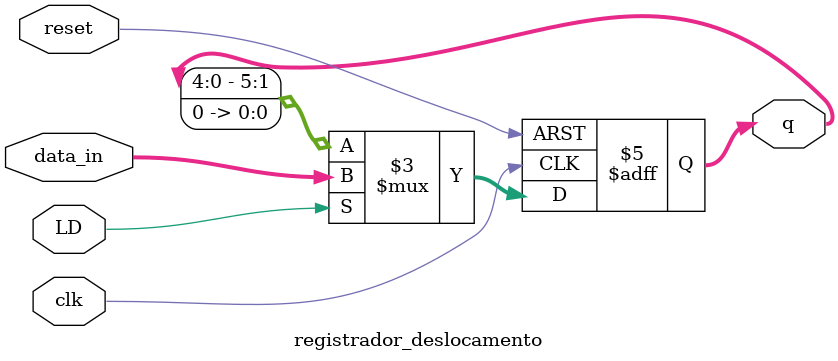
<source format=v>

module registrador_deslocamento (
    input wire clk,
    input wire reset,
    input wire LD,
    input wire [5:0] data_in,
    output reg [5:0] q
);

always @(posedge clk or posedge reset) begin
    if (reset) begin
        q <= 6'b000000; // Inicializa o registrador em 0
    end else if (LD) begin
        q <= data_in; // Carrega os valores iniciais em todos os estágios
    end else begin
        q <= {q[4:0], 1'b0}; // Desloca para a esquerda com 0
    end
end

endmodule

</source>
